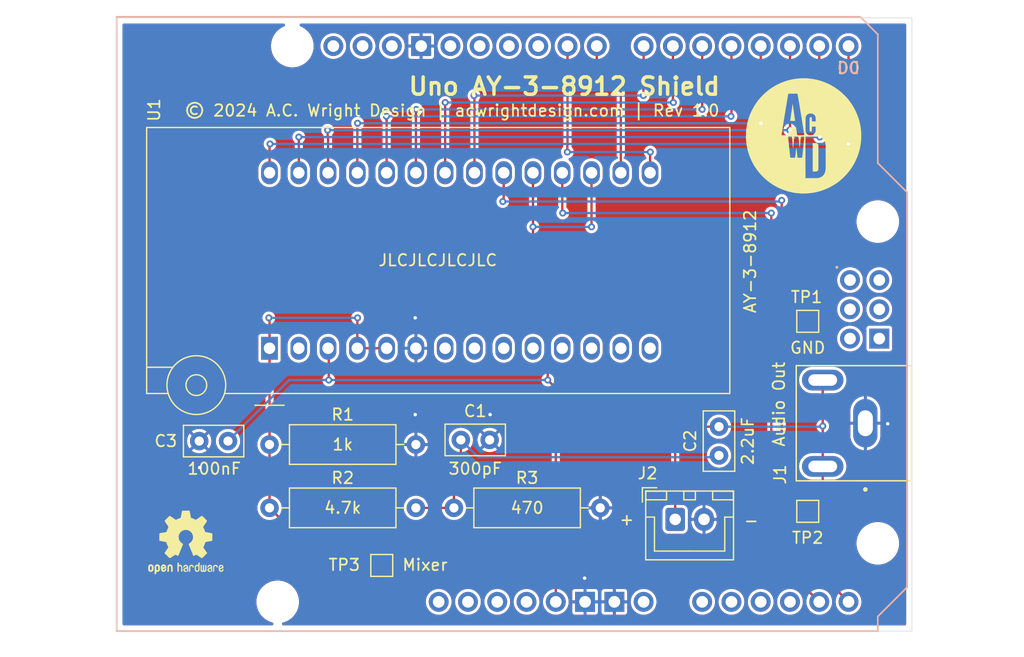
<source format=kicad_pcb>
(kicad_pcb (version 20240108) (generator "pcbnew") (generator_version "8.0")
  (title_block (title "6502 Uno AY-3-8912 Shield") (date "2024-06-27") (rev "1.0") (company "A.C. Wright Design"))
  (layers (0 "F.Cu" signal) (31 "B.Cu" signal) (34 "B.Paste" user) (35 "F.Paste" user) (36 "B.SilkS" user "B.Silkscreen") (37 "F.SilkS" user "F.Silkscreen") (38 "B.Mask" user) (39 "F.Mask" user) (44 "Edge.Cuts" user))
  (net 0 "")
  (net 1 "GND")
  (net 3 "VCC")
  (net 10 "PHI2")
  (net 25 "Net-(C1-Pad1)")
  (net 26 "Net-(J1-In)")
  (net 36 "CHOUT")
  (net 37 "RESETB")
  (net 38 "BDIR")
  (net 39 "BC1")
  (net 40 "DA4")
  (net 41 "DA0")
  (net 42 "DA3")
  (net 43 "DA2")
  (net 44 "DA7")
  (net 45 "DA1")
  (net 46 "DA5")
  (net 47 "DA6")
  (footprint "A.C. Wright Logo:A.C. Wright Logo 10mm" (layer "F.Cu") (at 168.36 74.8)
    (property "Reference" "G***" (hide yes))
    (property "Value" "LOGO" (hide yes))
  )
  (footprint "PCM_arduino-library:Arduino_Uno_R3_Shield" (layer "F.Cu") (at 108.76 117.8)
    (property "Reference" "A1" (hide yes))
    (property "Value" "Arduino_Uno_R3_Shield" (hide yes))
    (fp_text user "." (at 62.484 -32.004 0) (layer "B.SilkS"))
    (fp_text user "D0" (at 63.5 -48.895 0) (layer "B.SilkS") (effects (justify mirror)))
    (fp_text user "." (at 62.484 -32.004 0) (layer "F.SilkS"))
    (fp_text user "D0" (at 63.5 -48.895 0) (layer "F.SilkS"))
    (pad "" np_thru_hole circle (at 13.97 -2.54) (size 3.2 3.2) (drill 3.2) (layers "*.Cu" "*.Mask"))
    (pad "" np_thru_hole circle (at 15.24 -50.8) (size 3.2 3.2) (drill 3.2) (layers "*.Cu" "*.Mask"))
    (pad "" thru_hole oval (at 27.94 -2.54) (size 1.7272 1.7272) (drill 1.016) (layers "*.Cu" "*.Mask"))
    (pad "" np_thru_hole circle (at 66.04 -35.56) (size 3.2 3.2) (drill 3.2) (layers "*.Cu" "*.Mask"))
    (pad "" np_thru_hole circle (at 66.04 -7.62) (size 3.2 3.2) (drill 3.2) (layers "*.Cu" "*.Mask"))
    (pad "3V3" thru_hole oval (at 35.56 -2.54) (size 1.7272 1.7272) (drill 1.016) (layers "*.Cu" "*.Mask"))
    (pad "5V1" thru_hole oval (at 38.1 -2.54) (size 1.7272 1.7272) (drill 1.016) (layers "*.Cu" "*.Mask") (net 3 "VCC"))
    (pad "5V2" thru_hole oval (at 66.167 -30.48) (size 1.7272 1.7272) (drill 1.016) (layers "*.Cu" "*.Mask"))
    (pad "A0" thru_hole oval (at 50.8 -2.54) (size 1.7272 1.7272) (drill 1.016) (layers "*.Cu" "*.Mask"))
    (pad "A1" thru_hole oval (at 53.34 -2.54) (size 1.7272 1.7272) (drill 1.016) (layers "*.Cu" "*.Mask"))
    (pad "A2" thru_hole oval (at 55.88 -2.54) (size 1.7272 1.7272) (drill 1.016) (layers "*.Cu" "*.Mask"))
    (pad "A3" thru_hole oval (at 58.42 -2.54) (size 1.7272 1.7272) (drill 1.016) (layers "*.Cu" "*.Mask"))
    (pad "A4" thru_hole oval (at 60.96 -2.54) (size 1.7272 1.7272) (drill 1.016) (layers "*.Cu" "*.Mask") (net 38 "BDIR"))
    (pad "A5" thru_hole oval (at 63.5 -2.54) (size 1.7272 1.7272) (drill 1.016) (layers "*.Cu" "*.Mask") (net 39 "BC1"))
    (pad "AREF" thru_hole oval (at 23.876 -50.8) (size 1.7272 1.7272) (drill 1.016) (layers "*.Cu" "*.Mask"))
    (pad "D0" thru_hole oval (at 63.5 -50.8) (size 1.7272 1.7272) (drill 1.016) (layers "*.Cu" "*.Mask") (net 41 "DA0"))
    (pad "D1" thru_hole oval (at 60.96 -50.8) (size 1.7272 1.7272) (drill 1.016) (layers "*.Cu" "*.Mask") (net 45 "DA1"))
    (pad "D2" thru_hole oval (at 58.42 -50.8) (size 1.7272 1.7272) (drill 1.016) (layers "*.Cu" "*.Mask") (net 43 "DA2"))
    (pad "D3" thru_hole oval (at 55.88 -50.8) (size 1.7272 1.7272) (drill 1.016) (layers "*.Cu" "*.Mask") (net 42 "DA3"))
    (pad "D4" thru_hole oval (at 53.34 -50.8) (size 1.7272 1.7272) (drill 1.016) (layers "*.Cu" "*.Mask") (net 40 "DA4"))
    (pad "D5" thru_hole oval (at 50.8 -50.8) (size 1.7272 1.7272) (drill 1.016) (layers "*.Cu" "*.Mask") (net 46 "DA5"))
    (pad "D6" thru_hole oval (at 48.26 -50.8) (size 1.7272 1.7272) (drill 1.016) (layers "*.Cu" "*.Mask") (net 47 "DA6"))
    (pad "D7" thru_hole oval (at 45.72 -50.8) (size 1.7272 1.7272) (drill 1.016) (layers "*.Cu" "*.Mask") (net 44 "DA7"))
    (pad "D8" thru_hole oval (at 41.656 -50.8) (size 1.7272 1.7272) (drill 1.016) (layers "*.Cu" "*.Mask") (net 37 "RESETB"))
    (pad "D9" thru_hole oval (at 39.116 -50.8) (size 1.7272 1.7272) (drill 1.016) (layers "*.Cu" "*.Mask") (net 10 "PHI2"))
    (pad "D10" thru_hole oval (at 36.576 -50.8) (size 1.7272 1.7272) (drill 1.016) (layers "*.Cu" "*.Mask"))
    (pad "D11" thru_hole oval (at 34.036 -50.8) (size 1.7272 1.7272) (drill 1.016) (layers "*.Cu" "*.Mask"))
    (pad "D12" thru_hole oval (at 31.496 -50.8) (size 1.7272 1.7272) (drill 1.016) (layers "*.Cu" "*.Mask"))
    (pad "D13" thru_hole oval (at 28.956 -50.8) (size 1.7272 1.7272) (drill 1.016) (layers "*.Cu" "*.Mask"))
    (pad "GND1" thru_hole rect (at 26.416 -50.8) (size 1.7272 1.7272) (drill 1.016) (layers "*.Cu" "*.Mask") (net 1 "GND"))
    (pad "GND2" thru_hole rect (at 40.64 -2.54) (size 1.7272 1.7272) (drill 1.016) (layers "*.Cu" "*.Mask") (net 1 "GND"))
    (pad "GND3" thru_hole rect (at 43.18 -2.54) (size 1.7272 1.7272) (drill 1.016) (layers "*.Cu" "*.Mask") (net 1 "GND"))
    (pad "GND4" thru_hole rect (at 66.167 -25.4) (size 1.7272 1.7272) (drill 1.016) (layers "*.Cu" "*.Mask"))
    (pad "IORF" thru_hole oval (at 30.48 -2.54) (size 1.7272 1.7272) (drill 1.016) (layers "*.Cu" "*.Mask"))
    (pad "MISO" thru_hole oval (at 63.627 -30.48) (size 1.7272 1.7272) (drill 1.016) (layers "*.Cu" "*.Mask"))
    (pad "MOSI" thru_hole oval (at 66.167 -27.94) (size 1.7272 1.7272) (drill 1.016) (layers "*.Cu" "*.Mask"))
    (pad "RST1" thru_hole oval (at 33.02 -2.54) (size 1.7272 1.7272) (drill 1.016) (layers "*.Cu" "*.Mask"))
    (pad "RST2" thru_hole oval (at 63.627 -25.4) (size 1.7272 1.7272) (drill 1.016) (layers "*.Cu" "*.Mask"))
    (pad "SCK" thru_hole oval (at 63.627 -27.94) (size 1.7272 1.7272) (drill 1.016) (layers "*.Cu" "*.Mask"))
    (pad "SCL" thru_hole oval (at 18.796 -50.8) (size 1.7272 1.7272) (drill 1.016) (layers "*.Cu" "*.Mask"))
    (pad "SDA" thru_hole oval (at 21.336 -50.8) (size 1.7272 1.7272) (drill 1.016) (layers "*.Cu" "*.Mask"))
    (pad "VIN" thru_hole oval (at 45.72 -2.54) (size 1.7272 1.7272) (drill 1.016) (layers "*.Cu" "*.Mask"))
  )
  (footprint "TestPoint:TestPoint_Pad_1.5x1.5mm" (layer "F.Cu") (at 131.76 112.1)
    (property "Reference" "TP3" (at -3.25 -0.05 0) (layer "F.SilkS"))
    (property "Value" "Mixer" (at 3.75 -0.05 0) (layer "F.SilkS"))
    (pad "1" smd rect (at 0 0) (size 1.5 1.5) (layers "F.Cu" "F.Mask") (net 36 "CHOUT"))
  )
  (footprint "Capacitor_THT:C_Disc_D5.0mm_W2.5mm_P2.50mm" (layer "F.Cu") (at 161.02 102.55 90)
    (property "Reference" "C2" (at 1.25 -2.5 90) (layer "F.SilkS"))
    (property "Value" "2.2uF" (at 1.25 2.5 90) (layer "F.SilkS"))
    (pad "1" thru_hole circle (at 0 0 90) (size 1.6 1.6) (drill 0.8) (layers "*.Cu" "*.Mask") (net 25 "Net-(C1-Pad1)"))
    (pad "2" thru_hole circle (at 2.5 0 90) (size 1.6 1.6) (drill 0.8) (layers "*.Cu" "*.Mask") (net 26 "Net-(J1-In)"))
  )
  (footprint "6502 Parts:SWITCHCRAFT_PJRAN1X1U02X" (layer "F.Cu") (at 173.72 99.75 90)
    (property "Reference" "J1" (at -4.45 -7.4 90) (layer "F.SilkS"))
    (property "Value" "Audio Out" (at 1.65 -7.5 90) (layer "F.SilkS"))
    (pad "1" thru_hole oval (at 0 0 90) (size 4.2 2.1) (drill oval 2.25 1.3) (layers "*.Cu" "*.Mask") (net 1 "GND"))
    (pad "2" thru_hole oval (at -3.75 -3.7 90) (size 1.8 3.6) (drill oval 1 2.5) (layers "*.Cu" "*.Mask") (net 26 "Net-(J1-In)"))
    (pad "2" thru_hole oval (at 3.75 -3.7 90) (size 1.8 3.6) (drill oval 1 2.5) (layers "*.Cu" "*.Mask") (net 26 "Net-(J1-In)"))
  )
  (footprint "Capacitor_THT:C_Disc_D5.0mm_W2.5mm_P2.50mm" (layer "F.Cu") (at 138.62 101.2)
    (property "Reference" "C1" (at 1.25 -2.5 0) (layer "F.SilkS"))
    (property "Value" "300pF" (at 1.25 2.5 0) (layer "F.SilkS"))
    (pad "1" thru_hole circle (at 0 0) (size 1.6 1.6) (drill 0.8) (layers "*.Cu" "*.Mask") (net 25 "Net-(C1-Pad1)"))
    (pad "2" thru_hole circle (at 2.5 0) (size 1.6 1.6) (drill 0.8) (layers "*.Cu" "*.Mask") (net 1 "GND"))
  )
  (footprint "TestPoint:TestPoint_Pad_1.5x1.5mm" (layer "F.Cu") (at 168.72 90.9)
    (property "Reference" "TP1" (at -0.1 -2.1 0) (layer "F.SilkS"))
    (property "Value" "GND" (at 0 2.3 0) (layer "F.SilkS"))
    (pad "1" smd rect (at 0 0) (size 1.5 1.5) (layers "F.Cu" "F.Mask") (net 1 "GND"))
  )
  (footprint "Resistor_THT:R_Axial_DIN0309_L9.0mm_D3.2mm_P12.70mm_Horizontal" (layer "F.Cu") (at 122.02 101.6)
    (property "Reference" "R1" (at 6.35 -2.6 0) (layer "F.SilkS"))
    (property "Value" "1k" (at 6.35 0 0) (layer "F.SilkS"))
    (pad "1" thru_hole circle (at 0 0) (size 1.6 1.6) (drill 0.8) (layers "*.Cu" "*.Mask") (net 36 "CHOUT"))
    (pad "2" thru_hole oval (at 12.7 0) (size 1.6 1.6) (drill 0.8) (layers "*.Cu" "*.Mask") (net 1 "GND"))
  )
  (footprint "Socket:DIP_Socket-28_W11.9_W12.7_W15.24_W17.78_W18.5_3M_228-1277-00-0602J" (layer "F.Cu") (at 122.02 93.24 90)
    (property "Reference" "U1" (at 20.69 -10.01 90) (layer "F.SilkS"))
    (property "Value" "AY-3-8912" (at 7.54 41.7 90) (layer "F.SilkS"))
    (pad "1" thru_hole rect (at 0 0 90) (size 2 1.44) (drill 1) (layers "*.Cu" "*.Mask") (net 36 "CHOUT"))
    (pad "2" thru_hole oval (at 0 2.54 90) (size 2 1.44) (drill 1) (layers "*.Cu" "*.Mask"))
    (pad "3" thru_hole oval (at 0 5.08 90) (size 2 1.44) (drill 1) (layers "*.Cu" "*.Mask") (net 3 "VCC"))
    (pad "4" thru_hole oval (at 0 7.62 90) (size 2 1.44) (drill 1) (layers "*.Cu" "*.Mask") (net 36 "CHOUT"))
    (pad "5" thru_hole oval (at 0 10.16 90) (size 2 1.44) (drill 1) (layers "*.Cu" "*.Mask") (net 36 "CHOUT"))
    (pad "6" thru_hole oval (at 0 12.7 90) (size 2 1.44) (drill 1) (layers "*.Cu" "*.Mask") (net 1 "GND"))
    (pad "7" thru_hole oval (at 0 15.24 90) (size 2 1.44) (drill 1) (layers "*.Cu" "*.Mask"))
    (pad "8" thru_hole oval (at 0 17.78 90) (size 2 1.44) (drill 1) (layers "*.Cu" "*.Mask"))
    (pad "9" thru_hole oval (at 0 20.32 90) (size 2 1.44) (drill 1) (layers "*.Cu" "*.Mask"))
    (pad "10" thru_hole oval (at 0 22.86 90) (size 2 1.44) (drill 1) (layers "*.Cu" "*.Mask"))
    (pad "11" thru_hole oval (at 0 25.4 90) (size 2 1.44) (drill 1) (layers "*.Cu" "*.Mask"))
    (pad "12" thru_hole oval (at 0 27.94 90) (size 2 1.44) (drill 1) (layers "*.Cu" "*.Mask"))
    (pad "13" thru_hole oval (at 0 30.48 90) (size 2 1.44) (drill 1) (layers "*.Cu" "*.Mask"))
    (pad "14" thru_hole oval (at 0 33.02 90) (size 2 1.44) (drill 1) (layers "*.Cu" "*.Mask"))
    (pad "15" thru_hole oval (at 15.24 33.02 90) (size 2 1.44) (drill 1) (layers "*.Cu" "*.Mask") (net 10 "PHI2"))
    (pad "16" thru_hole oval (at 15.24 30.48 90) (size 2 1.44) (drill 1) (layers "*.Cu" "*.Mask") (net 37 "RESETB"))
    (pad "17" thru_hole oval (at 15.24 27.94 90) (size 2 1.44) (drill 1) (layers "*.Cu" "*.Mask") (net 3 "VCC"))
    (pad "18" thru_hole oval (at 15.24 25.4 90) (size 2 1.44) (drill 1) (layers "*.Cu" "*.Mask") (net 38 "BDIR"))
    (pad "19" thru_hole oval (at 15.24 22.86 90) (size 2 1.44) (drill 1) (layers "*.Cu" "*.Mask") (net 3 "VCC"))
    (pad "20" thru_hole oval (at 15.24 20.32 90) (size 2 1.44) (drill 1) (layers "*.Cu" "*.Mask") (net 39 "BC1"))
    (pad "21" thru_hole oval (at 15.24 17.78 90) (size 2 1.44) (drill 1) (layers "*.Cu" "*.Mask") (net 44 "DA7"))
    (pad "22" thru_hole oval (at 15.24 15.24 90) (size 2 1.44) (drill 1) (layers "*.Cu" "*.Mask") (net 47 "DA6"))
    (pad "23" thru_hole oval (at 15.24 12.7 90) (size 2 1.44) (drill 1) (layers "*.Cu" "*.Mask") (net 46 "DA5"))
    (pad "24" thru_hole oval (at 15.24 10.16 90) (size 2 1.44) (drill 1) (layers "*.Cu" "*.Mask") (net 40 "DA4"))
    (pad "25" thru_hole oval (at 15.24 7.62 90) (size 2 1.44) (drill 1) (layers "*.Cu" "*.Mask") (net 42 "DA3"))
    (pad "26" thru_hole oval (at 15.24 5.08 90) (size 2 1.44) (drill 1) (layers "*.Cu" "*.Mask") (net 43 "DA2"))
    (pad "27" thru_hole oval (at 15.24 2.54 90) (size 2 1.44) (drill 1) (layers "*.Cu" "*.Mask") (net 45 "DA1"))
    (pad "28" thru_hole oval (at 15.24 0 90) (size 2 1.44) (drill 1) (layers "*.Cu" "*.Mask") (net 41 "DA0"))
  )
  (footprint "Resistor_THT:R_Axial_DIN0309_L9.0mm_D3.2mm_P12.70mm_Horizontal" (layer "F.Cu") (at 122.02 107.1)
    (property "Reference" "R2" (at 6.35 -2.6 0) (layer "F.SilkS"))
    (property "Value" "4.7k" (at 6.35 0 0) (layer "F.SilkS"))
    (pad "1" thru_hole circle (at 0 0) (size 1.6 1.6) (drill 0.8) (layers "*.Cu" "*.Mask") (net 36 "CHOUT"))
    (pad "2" thru_hole oval (at 12.7 0) (size 1.6 1.6) (drill 0.8) (layers "*.Cu" "*.Mask") (net 25 "Net-(C1-Pad1)"))
  )
  (footprint "Symbol:OSHW-Logo2_7.3x6mm_SilkScreen" (layer "F.Cu") (at 114.76 110.1)
    (property "Reference" "REF**" (hide yes))
    (property "Value" "OSHW-Logo2_7.3x6mm_SilkScreen" (hide yes))
  )
  (footprint "Capacitor_THT:C_Disc_D5.0mm_W2.5mm_P2.50mm" (layer "F.Cu") (at 118.42 101.3 180)
    (property "Reference" "C3" (at 5.4 0 0) (layer "F.SilkS"))
    (property "Value" "100nF" (at 1.2 -2.4 0) (layer "F.SilkS"))
    (pad "1" thru_hole circle (at 0 0 180) (size 1.6 1.6) (drill 0.8) (layers "*.Cu" "*.Mask") (net 3 "VCC"))
    (pad "2" thru_hole circle (at 2.5 0 180) (size 1.6 1.6) (drill 0.8) (layers "*.Cu" "*.Mask") (net 1 "GND"))
  )
  (footprint "Resistor_THT:R_Axial_DIN0309_L9.0mm_D3.2mm_P12.70mm_Horizontal" (layer "F.Cu") (at 138.02 107.1)
    (property "Reference" "R3" (at 6.35 -2.6 0) (layer "F.SilkS"))
    (property "Value" "470" (at 6.35 0 0) (layer "F.SilkS"))
    (pad "1" thru_hole circle (at 0 0) (size 1.6 1.6) (drill 0.8) (layers "*.Cu" "*.Mask") (net 25 "Net-(C1-Pad1)"))
    (pad "2" thru_hole oval (at 12.7 0) (size 1.6 1.6) (drill 0.8) (layers "*.Cu" "*.Mask") (net 1 "GND"))
  )
  (footprint "Connector_JST:JST_XH_B2B-XH-A_1x02_P2.50mm_Vertical" (layer "F.Cu") (at 157.22 108.1)
    (property "Reference" "J2" (at -2.4 -4 0) (layer "F.SilkS"))
    (property "Value" "Audio Out" (hide yes))
    (pad "1" thru_hole roundrect (at 0 0) (size 1.7 2) (drill 1) (layers "*.Cu" "*.Mask") (roundrect_rratio 0.147059) (net 26 "Net-(J1-In)"))
    (pad "2" thru_hole oval (at 2.5 0) (size 1.7 2) (drill 1) (layers "*.Cu" "*.Mask") (net 1 "GND"))
  )
  (footprint "TestPoint:TestPoint_Pad_1.5x1.5mm" (layer "F.Cu") (at 168.72 107.4)
    (property "Reference" "TP2" (at 0 2.3 0) (layer "F.SilkS"))
    (property "Value" "Audio Out" (hide yes))
    (pad "1" smd rect (at 0 0) (size 1.5 1.5) (layers "F.Cu" "F.Mask") (net 26 "Net-(J1-In)"))
  )
  (gr_rect (start 108.76 64.55) (end 177.76 117.8) (stroke (width 0.05)) (fill none) (layer "Edge.Cuts"))
  (gr_text "-" (at 163.82 108.2 0) (layer "F.SilkS") (effects (font (size 1 1))))
  (gr_text "+" (at 153.02 108.1 0) (layer "F.SilkS") (effects (font (size 1 1))))
  (gr_text "© 2024 A.C. Wright Design | acwrightdesign.com | Rev 1.0" (at 137.86 72.6 0) (layer "F.SilkS") (effects (font (size 1 1))))
  (gr_text "Uno AY-3-8912 Shield" (at 147.6 70.5 0) (layer "F.SilkS") (effects (font (size 1.5 1.5) (thickness 0.3) (bold yes))))
  (gr_text "JLCJLCJLCJLC" (at 136.62 85.6 0) (layer "F.SilkS") (effects (font (size 1 1))))
  (via (at 134.66 99) (size 0.6) (drill 0.3) (layers "F.Cu" "B.Cu") (net 1))
  (via (at 175.66 99.8) (size 0.6) (drill 0.3) (layers "F.Cu" "B.Cu") (net 1))
  (via (at 134.66 90.6) (size 0.6) (drill 0.3) (layers "F.Cu" "B.Cu") (net 1))
  (via (at 141.16 99) (size 0.6) (drill 0.3) (layers "F.Cu" "B.Cu") (net 1))
  (via (at 149.36 113.2) (size 0.6) (drill 0.3) (layers "F.Cu" "B.Cu") (net 1))
  (via (at 115.96 103.6) (size 0.6) (drill 0.3) (layers "F.Cu" "B.Cu") (net 1))
  (segment (start 127.16 93.3) (end 127.1 93.24) (width 0.2) (layer "F.Cu") (net 3))
  (segment (start 146.16 90.5) (end 144.88 89.22) (width 0.2) (layer "F.Cu") (net 3))
  (segment (start 146.16 96) (end 146.16 90.5) (width 0.2) (layer "F.Cu") (net 3))
  (segment (start 146.86 96.7) (end 146.16 96) (width 0.2) (layer "F.Cu") (net 3))
  (segment (start 144.88 82.7) (end 144.88 78) (width 0.2) (layer "F.Cu") (net 3))
  (segment (start 127.16 96) (end 127.16 93.3) (width 0.2) (layer "F.Cu") (net 3))
  (segment (start 149.96 78) (end 149.96 82.7) (width 0.2) (layer "F.Cu") (net 3))
  (segment (start 144.88 89.22) (end 144.88 82.7) (width 0.2) (layer "F.Cu") (net 3))
  (segment (start 146.86 115.26) (end 146.86 96.7) (width 0.2) (layer "F.Cu") (net 3))
  (via (at 149.96 82.7) (size 0.6) (drill 0.3) (layers "F.Cu" "B.Cu") (net 3))
  (via (at 146.16 96) (size 0.6) (drill 0.3) (layers "F.Cu" "B.Cu") (net 3))
  (via (at 144.88 82.7) (size 0.6) (drill 0.3) (layers "F.Cu" "B.Cu") (net 3))
  (via (at 127.16 96) (size 0.6) (drill 0.3) (layers "F.Cu" "B.Cu") (net 3))
  (segment (start 146.16 96) (end 127.16 96) (width 0.2) (layer "B.Cu") (net 3))
  (segment (start 149.96 82.7) (end 144.88 82.7) (width 0.2) (layer "B.Cu") (net 3))
  (segment (start 123.72 96) (end 118.42 101.3) (width 0.2) (layer "B.Cu") (net 3))
  (segment (start 127.16 96) (end 123.72 96) (width 0.2) (layer "B.Cu") (net 3))
  (segment (start 147.86 75.6) (end 147.876 75.584) (width 0.2) (layer "F.Cu") (net 10))
  (segment (start 155.04 76.22) (end 155.06 76.2) (width 0.2) (layer "F.Cu") (net 10))
  (segment (start 147.876 75.584) (end 147.876 67) (width 0.2) (layer "F.Cu") (net 10))
  (segment (start 155.04 78) (end 155.04 76.22) (width 0.2) (layer "F.Cu") (net 10))
  (segment (start 147.86 76.2) (end 147.86 75.6) (width 0.2) (layer "F.Cu") (net 10))
  (via (at 147.86 76.2) (size 0.6) (drill 0.3) (layers "F.Cu" "B.Cu") (net 10))
  (via (at 155.06 76.2) (size 0.6) (drill 0.3) (layers "F.Cu" "B.Cu") (net 10))
  (segment (start 155.06 76.2) (end 147.86 76.2) (width 0.2) (layer "B.Cu") (net 10))
  (segment (start 138.02 104.24) (end 138.02 107.1) (width 0.2) (layer "F.Cu") (net 25))
  (segment (start 138.62 103.64) (end 138.02 104.24) (width 0.2) (layer "F.Cu") (net 25))
  (segment (start 134.72 107.1) (end 138.02 107.1) (width 0.2) (layer "F.Cu") (net 25))
  (segment (start 138.62 101.2) (end 138.62 103.64) (width 0.2) (layer "F.Cu") (net 25))
  (segment (start 140.12 102.7) (end 138.62 101.2) (width 0.2) (layer "B.Cu") (net 25))
  (segment (start 160.87 102.7) (end 140.12 102.7) (width 0.2) (layer "B.Cu") (net 25))
  (segment (start 161.02 102.55) (end 160.87 102.7) (width 0.2) (layer "B.Cu") (net 25))
  (segment (start 168.72 107.4) (end 168.72 106.34) (width 0.2) (layer "F.Cu") (net 26))
  (segment (start 170.02 96) (end 170.02 100) (width 0.2) (layer "F.Cu") (net 26))
  (segment (start 157.22 108.1) (end 157.22 101.84) (width 0.2) (layer "F.Cu") (net 26))
  (segment (start 157.22 101.84) (end 159.01 100.05) (width 0.2) (layer "F.Cu") (net 26))
  (segment (start 170.02 105.04) (end 170.02 103.5) (width 0.2) (layer "F.Cu") (net 26))
  (segment (start 168.72 106.34) (end 170.02 105.04) (width 0.2) (layer "F.Cu") (net 26))
  (segment (start 170.02 100) (end 170.02 103.5) (width 0.2) (layer "F.Cu") (net 26))
  (segment (start 159.01 100.05) (end 161.02 100.05) (width 0.2) (layer "F.Cu") (net 26))
  (segment (start 169.97 100.05) (end 170.02 100) (width 0.2) (layer "F.Cu") (net 26))
  (via (at 170.02 100) (size 0.6) (drill 0.3) (layers "F.Cu" "B.Cu") (net 26))
  (segment (start 169.97 100.05) (end 170.02 100) (width 0.2) (layer "B.Cu") (net 26))
  (segment (start 161.02 100.05) (end 169.97 100.05) (width 0.2) (layer "B.Cu") (net 26))
  (segment (start 122.02 90.66) (end 121.96 90.6) (width 0.2) (layer "F.Cu") (net 36))
  (segment (start 129.64 93.24) (end 132.18 93.24) (width 0.2) (layer "F.Cu") (net 36))
  (segment (start 129.64 90.62) (end 129.64 93.24) (width 0.2) (layer "F.Cu") (net 36))
  (segment (start 122.02 93.24) (end 122.02 90.66) (width 0.2) (layer "F.Cu") (net 36))
  (segment (start 129.66 90.6) (end 129.64 90.62) (width 0.2) (layer "F.Cu") (net 36))
  (segment (start 122.02 107.1) (end 126.86 111.94) (width 0.2) (layer "F.Cu") (net 36))
  (segment (start 122.02 93.24) (end 122.02 101.6) (width 0.2) (layer "F.Cu") (net 36))
  (segment (start 126.86 111.94) (end 126.86 112.1) (width 0.2) (layer "F.Cu") (net 36))
  (segment (start 122.02 101.6) (end 122.02 107.1) (width 0.2) (layer "F.Cu") (net 36))
  (segment (start 126.86 112.1) (end 131.76 112.1) (width 0.2) (layer "F.Cu") (net 36))
  (via (at 121.96 90.6) (size 0.6) (drill 0.3) (layers "F.Cu" "B.Cu") (net 36))
  (via (at 129.66 90.6) (size 0.6) (drill 0.3) (layers "F.Cu" "B.Cu") (net 36))
  (segment (start 121.96 90.6) (end 129.66 90.6) (width 0.2) (layer "B.Cu") (net 36))
  (segment (start 150.416 67) (end 150.416 68.656) (width 0.2) (layer "F.Cu") (net 37))
  (segment (start 150.416 68.656) (end 152.5 70.74) (width 0.2) (layer "F.Cu") (net 37))
  (segment (start 152.5 70.74) (end 152.5 78) (width 0.2) (layer "F.Cu") (net 37))
  (segment (start 147.42 78) (end 147.42 81.46) (width 0.2) (layer "F.Cu") (net 38))
  (segment (start 147.42 81.46) (end 147.46 81.5) (width 0.2) (layer "F.Cu") (net 38))
  (segment (start 165.56 111.1) (end 169.72 115.26) (width 0.2) (layer "F.Cu") (net 38))
  (segment (start 165.56 81.5) (end 165.56 111.1) (width 0.2) (layer "F.Cu") (net 38))
  (via (at 147.46 81.5) (size 0.6) (drill 0.3) (layers "F.Cu" "B.Cu") (net 38))
  (via (at 165.56 81.5) (size 0.6) (drill 0.3) (layers "F.Cu" "B.Cu") (net 38))
  (segment (start 165.56 81.5) (end 147.46 81.5) (width 0.2) (layer "B.Cu") (net 38))
  (segment (start 166.46 109.46) (end 172.26 115.26) (width 0.2) (layer "F.Cu") (net 39))
  (segment (start 142.34 78) (end 142.34 80.42) (width 0.2) (layer "F.Cu") (net 39))
  (segment (start 166.46 80.4) (end 166.46 109.46) (width 0.2) (layer "F.Cu") (net 39))
  (segment (start 142.34 80.42) (end 142.26 80.5) (width 0.2) (layer "F.Cu") (net 39))
  (via (at 142.26 80.5) (size 0.6) (drill 0.3) (layers "F.Cu" "B.Cu") (net 39))
  (via (at 166.46 80.4) (size 0.6) (drill 0.3) (layers "F.Cu" "B.Cu") (net 39))
  (segment (start 142.26 80.5) (end 166.36 80.5) (width 0.2) (layer "B.Cu") (net 39))
  (segment (start 166.36 80.5) (end 166.46 80.4) (width 0.2) (layer "B.Cu") (net 39))
  (segment (start 132.16 73.4) (end 132.18 73.42) (width 0.2) (layer "F.Cu") (net 40))
  (segment (start 132.18 73.42) (end 132.18 78) (width 0.2) (layer "F.Cu") (net 40))
  (segment (start 132.16 73.1) (end 132.16 73.4) (width 0.2) (layer "F.Cu") (net 40))
  (segment (start 162.1 67) (end 162.1 73.06) (width 0.2) (layer "F.Cu") (net 40))
  (segment (start 162.1 73.06) (end 162.06 73.1) (width 0.2) (layer "F.Cu") (net 40))
  (via (at 162.06 73.1) (size 0.6) (drill 0.3) (layers "F.Cu" "B.Cu") (net 40))
  (via (at 132.16 73.1) (size 0.6) (drill 0.3) (layers "F.Cu" "B.Cu") (net 40))
  (segment (start 162.06 73.1) (end 132.16 73.1) (width 0.2) (layer "B.Cu") (net 40))
  (segment (start 122.02 75.54) (end 122.02 78) (width 0.2) (layer "F.Cu") (net 41))
  (segment (start 172.26 67) (end 172.26 75.5) (width 0.2) (layer "F.Cu") (net 41))
  (segment (start 122.06 75.5) (end 122.02 75.54) (width 0.2) (layer "F.Cu") (net 41))
  (via (at 172.26 75.5) (size 0.6) (drill 0.3) (layers "F.Cu" "B.Cu") (net 41))
  (via (at 122.06 75.5) (size 0.6) (drill 0.3) (layers "F.Cu" "B.Cu") (net 41))
  (segment (start 172.26 75.5) (end 122.06 75.5) (width 0.2) (layer "B.Cu") (net 41))
  (segment (start 129.64 78) (end 129.64 73.72) (width 0.2) (layer "F.Cu") (net 42))
  (segment (start 164.64 73.68) (end 164.64 67) (width 0.2) (layer "F.Cu") (net 42))
  (segment (start 164.66 73.7) (end 164.64 73.68) (width 0.2) (layer "F.Cu") (net 42))
  (segment (start 129.64 73.72) (end 129.66 73.7) (width 0.2) (layer "F.Cu") (net 42))
  (via (at 164.66 73.7) (size 0.6) (drill 0.3) (layers "F.Cu" "B.Cu") (net 42))
  (via (at 129.66 73.7) (size 0.6) (drill 0.3) (layers "F.Cu" "B.Cu") (net 42))
  (segment (start 129.66 73.7) (end 164.66 73.7) (width 0.2) (layer "B.Cu") (net 42))
  (segment (start 127.06 74.8) (end 127.1 74.84) (width 0.2) (layer "F.Cu") (net 43))
  (segment (start 167.18 74.28) (end 167.16 74.3) (width 0.2) (layer "F.Cu") (net 43))
  (segment (start 167.18 67) (end 167.18 74.28) (width 0.2) (layer "F.Cu") (net 43))
  (segment (start 127.06 74.3) (end 127.06 74.8) (width 0.2) (layer "F.Cu") (net 43))
  (segment (start 127.1 74.84) (end 127.1 78) (width 0.2) (layer "F.Cu") (net 43))
  (via (at 167.16 74.3) (size 0.6) (drill 0.3) (layers "F.Cu" "B.Cu") (net 43))
  (via (at 127.06 74.3) (size 0.6) (drill 0.3) (layers "F.Cu" "B.Cu") (net 43))
  (segment (start 167.16 74.3) (end 127.06 74.3) (width 0.2) (layer "B.Cu") (net 43))
  (segment (start 139.8 71.34) (end 139.76 71.3) (width 0.2) (layer "F.Cu") (net 44))
  (segment (start 154.46 70.7) (end 154.48 70.68) (width 0.2) (layer "F.Cu") (net 44))
  (segment (start 139.8 78) (end 139.8 71.34) (width 0.2) (layer "F.Cu") (net 44))
  (segment (start 154.46 71.3) (end 154.46 70.7) (width 0.2) (layer "F.Cu") (net 44))
  (segment (start 154.48 70.68) (end 154.48 67) (width 0.2) (layer "F.Cu") (net 44))
  (via (at 154.46 71.3) (size 0.6) (drill 0.3) (layers "F.Cu" "B.Cu") (net 44))
  (via (at 139.76 71.3) (size 0.6) (drill 0.3) (layers "F.Cu" "B.Cu") (net 44))
  (segment (start 139.76 71.3) (end 154.46 71.3) (width 0.2) (layer "B.Cu") (net 44))
  (segment (start 169.76 74.9) (end 169.72 74.86) (width 0.2) (layer "F.Cu") (net 45))
  (segment (start 169.72 74.86) (end 169.72 67) (width 0.2) (layer "F.Cu") (net 45))
  (segment (start 124.56 78) (end 124.56 74.9) (width 0.2) (layer "F.Cu") (net 45))
  (via (at 169.76 74.9) (size 0.6) (drill 0.3) (layers "F.Cu" "B.Cu") (net 45))
  (via (at 124.56 74.9) (size 0.6) (drill 0.3) (layers "F.Cu" "B.Cu") (net 45))
  (segment (start 124.56 74.9) (end 169.76 74.9) (width 0.2) (layer "B.Cu") (net 45))
  (segment (start 159.56 72.5) (end 159.56 67) (width 0.2) (layer "F.Cu") (net 46))
  (segment (start 134.72 72.54) (end 134.76 72.5) (width 0.2) (layer "F.Cu") (net 46))
  (segment (start 134.72 78) (end 134.72 72.54) (width 0.2) (layer "F.Cu") (net 46))
  (via (at 159.56 72.5) (size 0.6) (drill 0.3) (layers "F.Cu" "B.Cu") (net 46))
  (via (at 134.76 72.5) (size 0.6) (drill 0.3) (layers "F.Cu" "B.Cu") (net 46))
  (segment (start 134.76 72.5) (end 159.56 72.5) (width 0.2) (layer "B.Cu") (net 46))
  (segment (start 157.02 71.86) (end 157.06 71.9) (width 0.2) (layer "F.Cu") (net 47))
  (segment (start 157.02 67) (end 157.02 71.86) (width 0.2) (layer "F.Cu") (net 47))
  (segment (start 137.26 71.9) (end 137.26 78) (width 0.2) (layer "F.Cu") (net 47))
  (via (at 137.26 71.9) (size 0.6) (drill 0.3) (layers "F.Cu" "B.Cu") (net 47))
  (via (at 157.06 71.9) (size 0.6) (drill 0.3) (layers "F.Cu" "B.Cu") (net 47))
  (segment (start 157.06 71.9) (end 137.26 71.9) (width 0.2) (layer "B.Cu") (net 47))
  (zone (net 1) (net_name "GND") (layer "F.Cu") (connect_pads (clearance 0.254)) (min_thickness 0.254) (fill yes (thermal_gap 0.254) (thermal_bridge_width 0.254))
    (polygon (pts (xy 179.858 120.054) (xy 108.02 120.054) (xy 108.02 63) (xy 179.858 63)))
  )
  (zone (net 1) (net_name "GND") (layer "B.Cu") (connect_pads (clearance 0.254)) (min_thickness 0.254) (fill yes (thermal_gap 0.254) (thermal_bridge_width 0.254))
    (polygon (pts (xy 179.858 120.054) (xy 108.02 120.054) (xy 108.02 63) (xy 179.858 63)))
  )
)
</source>
